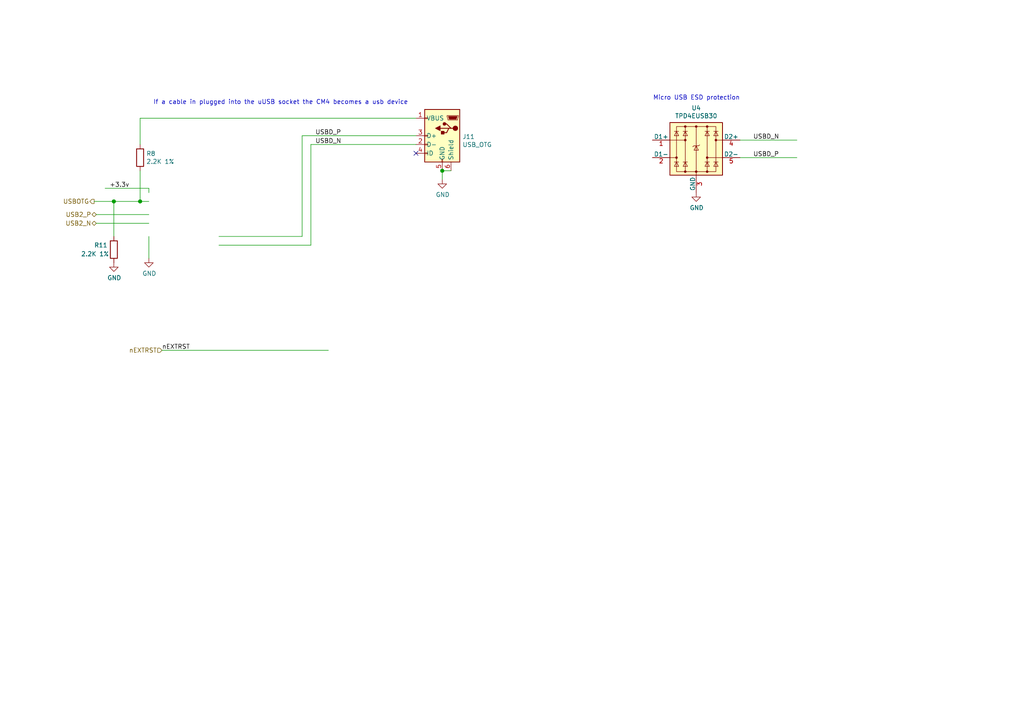
<source format=kicad_sch>
(kicad_sch (version 20211123) (generator eeschema)
  (paper "A4")
  (title_block (title "bitcart - USB") (date "2022-06-02") (rev "1") (comment 1 "https://github.com/skot/bitcart.git"))
  (lib_symbols
    (symbol "CM4IO:TPD4EUSB30" (pin_names (offset 0))
      (property "Reference" "U" (at -0.635 8.89 0))
      (property "Value" "TPD4EUSB30" (at 8.89 -10.16 0))
      (symbol "TPD4EUSB30_0_0"
        (rectangle (start -5.715 6.477) (end 5.715 -6.604))
        (polyline (pts (xy -3.175 -6.604) (xy -3.175 6.477)))
        (polyline (pts (xy 0 6.477) (xy 0 -6.604)))
        (polyline (pts (xy 3.175 6.477) (xy 3.175 -6.604)))
      )
      (symbol "TPD4EUSB30_0_1"
        (rectangle (start -7.62 7.62) (end 7.62 -7.62) (stroke (width 0.254)) (fill (type background)))
        (circle (center -5.715 -2.54) (radius 0.2794) (fill (type outline)))
        (circle (center -3.175 -6.604) (radius 0.2794) (fill (type outline)))
        (circle (center -3.175 2.54) (radius 0.2794) (fill (type outline)))
        (circle (center -3.175 6.477) (radius 0.2794) (fill (type outline)))
        (circle (center 0 -6.604) (radius 0.2794) (fill (type outline)))
        (polyline (pts (xy -7.747 2.54) (xy -3.175 2.54)))
        (polyline (pts (xy -7.62 -2.54) (xy -5.715 -2.54)))
        (polyline (pts (xy -5.08 -3.81) (xy -6.35 -3.81)))
        (polyline (pts (xy -5.08 5.08) (xy -6.35 5.08)))
        (polyline (pts (xy -2.54 -3.81) (xy -3.81 -3.81)))
        (polyline (pts (xy -2.54 5.08) (xy -3.81 5.08)))
        (polyline (pts (xy -0.635 0.889) (xy -1.016 0.635)))
        (polyline (pts (xy 0 -6.604) (xy 0 -7.62)))
        (polyline (pts (xy 0.635 0.889) (xy -0.635 0.889)))
        (polyline (pts (xy 0.635 0.889) (xy 1.016 1.143)))
        (polyline (pts (xy 3.81 -3.81) (xy 2.54 -3.81)))
        (polyline (pts (xy 3.81 5.08) (xy 2.54 5.08)))
        (polyline (pts (xy 6.35 -3.81) (xy 5.08 -3.81)))
        (polyline (pts (xy 6.35 5.08) (xy 5.08 5.08)))
        (polyline (pts (xy 7.62 -2.54) (xy 3.175 -2.54)))
        (polyline (pts (xy 7.62 2.54) (xy 5.715 2.54)))
        (polyline (pts (xy -5.08 -5.08) (xy -6.35 -5.08) (xy -5.715 -3.81) (xy -5.08 -5.08)))
        (polyline (pts (xy -5.08 3.81) (xy -6.35 3.81) (xy -5.715 5.08) (xy -5.08 3.81)))
        (polyline (pts (xy -2.54 -5.08) (xy -3.81 -5.08) (xy -3.175 -3.81) (xy -2.54 -5.08)))
        (polyline (pts (xy -2.54 3.81) (xy -3.81 3.81) (xy -3.175 5.08) (xy -2.54 3.81)))
        (polyline (pts (xy 0.635 -0.381) (xy -0.635 -0.381) (xy 0 0.889) (xy 0.635 -0.381)))
        (polyline (pts (xy 3.81 -5.08) (xy 2.54 -5.08) (xy 3.175 -3.81) (xy 3.81 -5.08)))
        (polyline (pts (xy 3.81 3.81) (xy 2.54 3.81) (xy 3.175 5.08) (xy 3.81 3.81)))
        (polyline (pts (xy 6.35 -5.08) (xy 5.08 -5.08) (xy 5.715 -3.81) (xy 6.35 -5.08)))
        (polyline (pts (xy 6.35 3.81) (xy 5.08 3.81) (xy 5.715 5.08) (xy 6.35 3.81)))
        (circle (center 0 6.477) (radius 0.2794) (fill (type outline)))
        (circle (center 3.175 -6.604) (radius 0.2794) (fill (type outline)))
        (circle (center 3.175 -2.54) (radius 0.2794) (fill (type outline)))
        (circle (center 3.175 6.477) (radius 0.2794) (fill (type outline)))
        (circle (center 5.715 2.54) (radius 0.2794) (fill (type outline)))
      )
      (symbol "TPD4EUSB30_1_1"
        (pin passive line (at -12.7 2.54 0) (length 5.08) (name "D1+") (number "1"))
        (pin passive line (at -12.7 2.54 0) (length 5.08) hide (name "~") (number "10"))
        (pin passive line (at -12.7 -2.54 0) (length 5.08) (name "D1-") (number "2"))
        (pin power_in line (at 0 -12.7 90) (length 5.08) (name "GND") (number "3"))
        (pin passive line (at 12.7 2.54 180) (length 5.08) (name "D2+") (number "4"))
        (pin passive line (at 12.7 -2.54 180) (length 5.08) (name "D2-") (number "5"))
        (pin passive line (at 12.7 -2.54 180) (length 5.08) hide (name "~") (number "6"))
        (pin passive line (at 12.7 2.54 180) (length 5.08) hide (name "~") (number "7"))
        (pin passive line (at 0 -12.7 90) (length 5.08) hide (name "GND") (number "8"))
        (pin passive line (at -12.7 -2.54 0) (length 5.08) hide (name "~") (number "9"))
      )
    )
    (symbol "Connector:USB_OTG"
      (property "Reference" "J" (at -5.08 11.43 0))
      (property "Value" "USB_OTG" (at -5.08 8.89 0))
      (symbol "USB_OTG_0_1"
        (rectangle (start -5.08 -7.62) (end 5.08 7.62) (stroke (width 0.254)) (fill (type background)))
        (circle (center -3.81 2.159) (radius 0.635) (stroke (width 0.254)) (fill (type outline)))
        (circle (center -0.635 3.429) (radius 0.381) (stroke (width 0.254)) (fill (type outline)))
        (rectangle (start -0.127 -7.62) (end 0.127 -6.858))
        (polyline (pts (xy -1.905 2.159) (xy 0.635 2.159)) (stroke (width 0.254)))
        (polyline (pts (xy -3.175 2.159) (xy -2.54 2.159) (xy -1.27 3.429) (xy -0.635 3.429)) (stroke (width 0.254)))
        (polyline (pts (xy -2.54 2.159) (xy -1.905 2.159) (xy -1.27 0.889) (xy 0 0.889)) (stroke (width 0.254)))
        (polyline (pts (xy 0.635 2.794) (xy 0.635 1.524) (xy 1.905 2.159) (xy 0.635 2.794)) (stroke (width 0.254)) (fill (type outline)))
        (polyline (pts (xy -4.318 5.588) (xy -1.778 5.588) (xy -2.032 4.826) (xy -4.064 4.826) (xy -4.318 5.588)) (fill (type outline)))
        (polyline (pts (xy -4.699 5.842) (xy -4.699 5.588) (xy -4.445 4.826) (xy -4.445 4.572) (xy -1.651 4.572) (xy -1.651 4.826) (xy -1.397 5.588) (xy -1.397 5.842) (xy -4.699 5.842)))
        (rectangle (start 0.254 1.27) (end -0.508 0.508) (stroke (width 0.254)) (fill (type outline)))
        (rectangle (start 5.08 -5.207) (end 4.318 -4.953))
        (rectangle (start 5.08 -2.667) (end 4.318 -2.413))
        (rectangle (start 5.08 -0.127) (end 4.318 0.127))
        (rectangle (start 5.08 4.953) (end 4.318 5.207))
      )
      (symbol "USB_OTG_1_1"
        (pin power_in line (at 7.62 5.08 180) (length 2.54) (name "VBUS") (number "1"))
        (pin passive line (at 7.62 -2.54 180) (length 2.54) (name "D-") (number "2"))
        (pin passive line (at 7.62 0 180) (length 2.54) (name "D+") (number "3"))
        (pin passive line (at 7.62 -5.08 180) (length 2.54) (name "ID") (number "4"))
        (pin power_in line (at 0 -10.16 90) (length 2.54) (name "GND") (number "5"))
        (pin passive line (at -2.54 -10.16 90) (length 2.54) (name "Shield") (number "6"))
      )
    )
    (symbol "Device:R" (pin_numbers hide) (pin_names (offset 0))
      (property "Reference" "R" (at 2.032 0 90))
      (property "Value" "R" (at 0 0 90))
      (symbol "R_0_1"
        (rectangle (start -1.016 -2.54) (end 1.016 2.54) (stroke (width 0.254)))
      )
      (symbol "R_1_1"
        (pin passive line (at 0 3.81 270) (length 1.27) (name "~") (number "1"))
        (pin passive line (at 0 -3.81 90) (length 1.27) (name "~") (number "2"))
      )
    )
    (symbol "power:GND" (power) (pin_names (offset 0))
      (property "Value" "GND" (at 0 -3.81 0))
      (symbol "GND_0_1"
        (polyline (pts (xy 0 0) (xy 0 -1.27) (xy 1.27 -1.27) (xy 0 -2.54) (xy -1.27 -1.27) (xy 0 -1.27)))
      )
      (symbol "GND_1_1"
        (pin power_in line (at 0 0 270) (length 0) hide (name "GND") (number "1"))
      )
    )
  )
  (junction (at 128.27 49.53) (diameter 1.016))
  (junction (at 40.64 58.42) (diameter 1.016))
  (junction (at 33.02 58.42) (diameter 1.016))
  (no_connect (at 120.65 44.45))
  (wire (pts (xy 43.18 58.42) (xy 40.64 58.42)))
  (wire (pts (xy 43.18 55.88) (xy 43.18 54.61)))
  (wire (pts (xy 63.5 71.12) (xy 90.17 71.12)))
  (wire (pts (xy 128.27 49.53) (xy 130.81 49.53)))
  (wire (pts (xy 90.17 71.12) (xy 90.17 41.91)))
  (wire (pts (xy 128.27 52.07) (xy 128.27 49.53)))
  (wire (pts (xy 214.63 40.64) (xy 231.14 40.64)))
  (wire (pts (xy 63.5 68.58) (xy 87.63 68.58)))
  (wire (pts (xy 27.94 64.77) (xy 43.18 64.77)))
  (wire (pts (xy 87.63 68.58) (xy 87.63 39.37)))
  (wire (pts (xy 214.63 45.72) (xy 231.14 45.72)))
  (wire (pts (xy 27.305 58.42) (xy 33.02 58.42)))
  (wire (pts (xy 30.48 54.61) (xy 43.18 54.61)))
  (wire (pts (xy 43.18 68.58) (xy 43.18 74.93)))
  (wire (pts (xy 33.02 58.42) (xy 33.02 68.58)))
  (wire (pts (xy 40.64 49.53) (xy 40.64 58.42)))
  (wire (pts (xy 46.99 101.6) (xy 95.25 101.6)))
  (wire (pts (xy 27.94 62.23) (xy 43.18 62.23)))
  (wire (pts (xy 40.64 34.29) (xy 120.65 34.29)))
  (wire (pts (xy 40.64 58.42) (xy 33.02 58.42)))
  (wire (pts (xy 90.17 41.91) (xy 120.65 41.91)))
  (wire (pts (xy 87.63 39.37) (xy 120.65 39.37)))
  (wire (pts (xy 40.64 41.91) (xy 40.64 34.29)))
  (text "If a cable in plugged into the uUSB socket the CM4 becomes a usb device" (at 44.45 30.48 0) (effects (font (size 1.27 1.27)) (justify left bottom)))
  (text "Micro USB ESD protection" (at 214.63 29.21 180) (effects (font (size 1.27 1.27)) (justify right bottom)))
  (label "+3.3v" (at 31.75 54.61 0))
  (label "USBD_N" (at 218.44 40.64 0))
  (label "USBD_N" (at 91.44 41.91 0))
  (label "nEXTRST" (at 46.99 101.6 0))
  (label "USBD_P" (at 218.44 45.72 0))
  (label "USBD_P" (at 91.44 39.37 0))
  (hierarchical_label "USB2_N" (shape bidirectional) (at 27.94 64.77 180))
  (hierarchical_label "USBOTG" (shape output) (at 27.305 58.42 180))
  (hierarchical_label "USB2_P" (shape bidirectional) (at 27.94 62.23 180))
  (hierarchical_label "nEXTRST" (shape input) (at 46.99 101.6 180))
  (symbol (lib_id "Connector:USB_OTG") (at 128.27 39.37 0) (mirror y) (unit 1)
    (property "Reference" "J11" (at 134.112 39.6494 0) (effects (justify right)))
    (property "Value" "USB_OTG" (at 134.112 41.9608 0) (effects (justify right)))
    (property "Footprint" "CM4IO:USB_Micro-B_EDAC_UCON00686" (effects hide))
    (property "Datasheet" "https://cdn.amphenol-icc.com/media/wysiwyg/files/documentation/datasheet/inputoutput/io_usb_micro.pd" (effects hide))
    (property "Field4" "Digikey" (effects hide))
    (property "Field5" "609-4050-2-ND" (effects hide))
    (property "Field6" "690-005-298-486" (effects hide))
    (property "Field7" "EDAC" (effects hide))
    (property "Part Description" "USB - micro B USB 2.0 Receptacle Connector 5 Position Surface Mount, Right Angle; Through Hole" (effects hide))
    (property "Field8" "UCON00686" (effects hide))
  )
  (symbol (lib_id "Device:R") (at 40.64 45.72 0) (unit 1)
    (property "Reference" "R8" (at 42.418 44.5516 0) (effects (justify left)))
    (property "Value" "2.2K 1%" (at 42.418 46.863 0) (effects (justify left)))
    (property "Footprint" "Resistor_SMD:R_0402_1005Metric" (effects hide))
    (property "Datasheet" "https://fscdn.rohm.com/en/products/databook/datasheet/passive/resistor/chip_resistor/mcr-e.pdf" (effects hide))
    (property "Field4" "Farnell" (effects hide))
    (property "Field5" "9239278" (effects hide))
    (property "Field7" "KOA EUROPE GMBH" (effects hide))
    (property "Field6" "RK73G1ETQTP2201D         " (effects hide))
    (property "Part Description" "Resistor 2.2K M1005 1% 63mW" (effects hide))
    (property "Field8" "120889581" (effects hide))
  )
  (symbol (lib_id "Device:R") (at 33.02 72.39 0) (unit 1)
    (property "Reference" "R11" (at 27.305 71.12 0) (effects (justify left)))
    (property "Value" "2.2K 1%" (at 23.495 73.66 0) (effects (justify left)))
    (property "Footprint" "Resistor_SMD:R_0402_1005Metric" (effects hide))
    (property "Datasheet" "https://fscdn.rohm.com/en/products/databook/datasheet/passive/resistor/chip_resistor/mcr-e.pdf" (effects hide))
    (property "Field4" "Farnell" (effects hide))
    (property "Field5" "9239278" (effects hide))
    (property "Field7" "KOA EUROPE GMBH" (effects hide))
    (property "Field6" "RK73G1ETQTP2201D         " (effects hide))
    (property "Part Description" "Resistor 2.2K M1005 1% 63mW" (effects hide))
    (property "Field8" "120889581" (effects hide))
  )
  (symbol (lib_id "power:GND") (at 128.27 52.07 0) (unit 1)
    (property "Reference" "#PWR013" (effects hide))
    (property "Value" "GND" (at 128.397 56.4642 0))
  )
  (symbol (lib_id "power:GND") (at 43.18 74.93 0) (unit 1)
    (property "Reference" "#PWR0143" (effects hide))
    (property "Value" "GND" (at 43.307 79.3242 0))
  )
  (symbol (lib_id "power:GND") (at 33.02 76.2 0) (unit 1)
    (property "Reference" "#PWR0144" (effects hide))
    (property "Value" "GND" (at 33.147 80.5942 0))
  )
  (symbol (lib_id "power:GND") (at 201.93 55.88 0) (unit 1)
    (property "Reference" "#PWR0123" (effects hide))
    (property "Value" "GND" (at 202.057 60.2742 0))
  )
  (symbol (lib_id "CM4IO:TPD4EUSB30") (at 201.93 43.18 0) (unit 1)
    (property "Reference" "U4" (at 201.93 31.3182 0))
    (property "Value" "TPD4EUSB30" (at 201.93 33.6296 0))
    (property "Footprint" "Package_SON:USON-10_2.5x1.0mm_P0.5mm" (effects hide))
    (property "Datasheet" "http://www.ti.com/lit/ds/symlink/tpd2eusb30a.pdf" (effects hide))
    (property "Field4" "Farnell" (effects hide))
    (property "Field5" "2335455" (effects hide))
    (property "Field6" "CDDFN10-3324P-13" (effects hide))
    (property "Field7" "Bourns" (effects hide))
    (property "Field8" "UDIO00346" (effects hide))
    (property "Part Description" "Quad TVS diode for high speed signals (USB3, GigE etc.)" (effects hide))
  )
)
</source>
